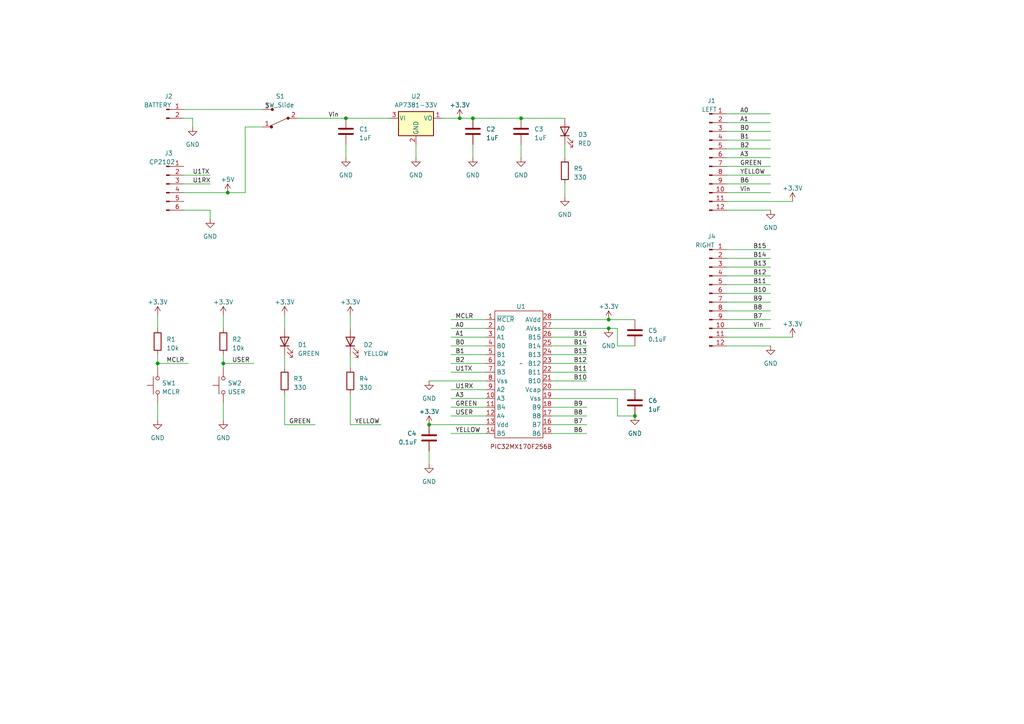
<source format=kicad_sch>
(kicad_sch (version 20230121) (generator eeschema)
  (paper "A4")
  (lib_symbols
    (symbol "Connector:Conn_01x02_Pin" (pin_names (offset 1.016) hide)
      (property "Reference" "J" (at 0 2.54 0))
      (property "Value" "Conn_01x02_Pin" (at 0 -5.08 0))
      (symbol "Conn_01x02_Pin_1_1"
        (polyline (pts (xy 1.27 -2.54) (xy 0.8636 -2.54)) (stroke (width 0.1524)))
        (polyline (pts (xy 1.27 0) (xy 0.8636 0)) (stroke (width 0.1524)))
        (rectangle (start 0.8636 -2.413) (end 0 -2.667) (stroke (width 0.1524)) (fill (type outline)))
        (rectangle (start 0.8636 0.127) (end 0 -0.127) (stroke (width 0.1524)) (fill (type outline)))
        (pin passive line (at 5.08 0 180) (length 3.81) (name "Pin_1") (number "1"))
        (pin passive line (at 5.08 -2.54 180) (length 3.81) (name "Pin_2") (number "2"))
      )
    )
    (symbol "Connector:Conn_01x06_Pin" (pin_names (offset 1.016) hide)
      (property "Reference" "J" (at 0 7.62 0))
      (property "Value" "Conn_01x06_Pin" (at 0 -10.16 0))
      (symbol "Conn_01x06_Pin_1_1"
        (polyline (pts (xy 1.27 -7.62) (xy 0.8636 -7.62)) (stroke (width 0.1524)))
        (polyline (pts (xy 1.27 -5.08) (xy 0.8636 -5.08)) (stroke (width 0.1524)))
        (polyline (pts (xy 1.27 -2.54) (xy 0.8636 -2.54)) (stroke (width 0.1524)))
        (polyline (pts (xy 1.27 0) (xy 0.8636 0)) (stroke (width 0.1524)))
        (polyline (pts (xy 1.27 2.54) (xy 0.8636 2.54)) (stroke (width 0.1524)))
        (polyline (pts (xy 1.27 5.08) (xy 0.8636 5.08)) (stroke (width 0.1524)))
        (rectangle (start 0.8636 -7.493) (end 0 -7.747) (stroke (width 0.1524)) (fill (type outline)))
        (rectangle (start 0.8636 -4.953) (end 0 -5.207) (stroke (width 0.1524)) (fill (type outline)))
        (rectangle (start 0.8636 -2.413) (end 0 -2.667) (stroke (width 0.1524)) (fill (type outline)))
        (rectangle (start 0.8636 0.127) (end 0 -0.127) (stroke (width 0.1524)) (fill (type outline)))
        (rectangle (start 0.8636 2.667) (end 0 2.413) (stroke (width 0.1524)) (fill (type outline)))
        (rectangle (start 0.8636 5.207) (end 0 4.953) (stroke (width 0.1524)) (fill (type outline)))
        (pin passive line (at 5.08 5.08 180) (length 3.81) (name "Pin_1") (number "1"))
        (pin passive line (at 5.08 2.54 180) (length 3.81) (name "Pin_2") (number "2"))
        (pin passive line (at 5.08 0 180) (length 3.81) (name "Pin_3") (number "3"))
        (pin passive line (at 5.08 -2.54 180) (length 3.81) (name "Pin_4") (number "4"))
        (pin passive line (at 5.08 -5.08 180) (length 3.81) (name "Pin_5") (number "5"))
        (pin passive line (at 5.08 -7.62 180) (length 3.81) (name "Pin_6") (number "6"))
      )
    )
    (symbol "Connector:Conn_01x12_Pin" (pin_names (offset 1.016) hide)
      (property "Reference" "J" (at 0 15.24 0))
      (property "Value" "Conn_01x12_Pin" (at 0 -17.78 0))
      (symbol "Conn_01x12_Pin_1_1"
        (polyline (pts (xy 1.27 -15.24) (xy 0.8636 -15.24)) (stroke (width 0.1524)))
        (polyline (pts (xy 1.27 -12.7) (xy 0.8636 -12.7)) (stroke (width 0.1524)))
        (polyline (pts (xy 1.27 -10.16) (xy 0.8636 -10.16)) (stroke (width 0.1524)))
        (polyline (pts (xy 1.27 -7.62) (xy 0.8636 -7.62)) (stroke (width 0.1524)))
        (polyline (pts (xy 1.27 -5.08) (xy 0.8636 -5.08)) (stroke (width 0.1524)))
        (polyline (pts (xy 1.27 -2.54) (xy 0.8636 -2.54)) (stroke (width 0.1524)))
        (polyline (pts (xy 1.27 0) (xy 0.8636 0)) (stroke (width 0.1524)))
        (polyline (pts (xy 1.27 2.54) (xy 0.8636 2.54)) (stroke (width 0.1524)))
        (polyline (pts (xy 1.27 5.08) (xy 0.8636 5.08)) (stroke (width 0.1524)))
        (polyline (pts (xy 1.27 7.62) (xy 0.8636 7.62)) (stroke (width 0.1524)))
        (polyline (pts (xy 1.27 10.16) (xy 0.8636 10.16)) (stroke (width 0.1524)))
        (polyline (pts (xy 1.27 12.7) (xy 0.8636 12.7)) (stroke (width 0.1524)))
        (rectangle (start 0.8636 -15.113) (end 0 -15.367) (stroke (width 0.1524)) (fill (type outline)))
        (rectangle (start 0.8636 -12.573) (end 0 -12.827) (stroke (width 0.1524)) (fill (type outline)))
        (rectangle (start 0.8636 -10.033) (end 0 -10.287) (stroke (width 0.1524)) (fill (type outline)))
        (rectangle (start 0.8636 -7.493) (end 0 -7.747) (stroke (width 0.1524)) (fill (type outline)))
        (rectangle (start 0.8636 -4.953) (end 0 -5.207) (stroke (width 0.1524)) (fill (type outline)))
        (rectangle (start 0.8636 -2.413) (end 0 -2.667) (stroke (width 0.1524)) (fill (type outline)))
        (rectangle (start 0.8636 0.127) (end 0 -0.127) (stroke (width 0.1524)) (fill (type outline)))
        (rectangle (start 0.8636 2.667) (end 0 2.413) (stroke (width 0.1524)) (fill (type outline)))
        (rectangle (start 0.8636 5.207) (end 0 4.953) (stroke (width 0.1524)) (fill (type outline)))
        (rectangle (start 0.8636 7.747) (end 0 7.493) (stroke (width 0.1524)) (fill (type outline)))
        (rectangle (start 0.8636 10.287) (end 0 10.033) (stroke (width 0.1524)) (fill (type outline)))
        (rectangle (start 0.8636 12.827) (end 0 12.573) (stroke (width 0.1524)) (fill (type outline)))
        (pin passive line (at 5.08 12.7 180) (length 3.81) (name "Pin_1") (number "1"))
        (pin passive line (at 5.08 -10.16 180) (length 3.81) (name "Pin_10") (number "10"))
        (pin passive line (at 5.08 -12.7 180) (length 3.81) (name "Pin_11") (number "11"))
        (pin passive line (at 5.08 -15.24 180) (length 3.81) (name "Pin_12") (number "12"))
        (pin passive line (at 5.08 10.16 180) (length 3.81) (name "Pin_2") (number "2"))
        (pin passive line (at 5.08 7.62 180) (length 3.81) (name "Pin_3") (number "3"))
        (pin passive line (at 5.08 5.08 180) (length 3.81) (name "Pin_4") (number "4"))
        (pin passive line (at 5.08 2.54 180) (length 3.81) (name "Pin_5") (number "5"))
        (pin passive line (at 5.08 0 180) (length 3.81) (name "Pin_6") (number "6"))
        (pin passive line (at 5.08 -2.54 180) (length 3.81) (name "Pin_7") (number "7"))
        (pin passive line (at 5.08 -5.08 180) (length 3.81) (name "Pin_8") (number "8"))
        (pin passive line (at 5.08 -7.62 180) (length 3.81) (name "Pin_9") (number "9"))
      )
    )
    (symbol "Device:C" (pin_numbers hide) (pin_names (offset 0.254))
      (property "Reference" "C" (at 0.635 2.54 0))
      (property "Value" "C" (at 0.635 -2.54 0))
      (symbol "C_0_1"
        (polyline (pts (xy -2.032 -0.762) (xy 2.032 -0.762)) (stroke (width 0.508)))
        (polyline (pts (xy -2.032 0.762) (xy 2.032 0.762)) (stroke (width 0.508)))
      )
      (symbol "C_1_1"
        (pin passive line (at 0 3.81 270) (length 2.794) (name "~") (number "1"))
        (pin passive line (at 0 -3.81 90) (length 2.794) (name "~") (number "2"))
      )
    )
    (symbol "Device:LED" (pin_numbers hide) (pin_names (offset 1.016) hide)
      (property "Reference" "D" (at 0 2.54 0))
      (property "Value" "LED" (at 0 -2.54 0))
      (symbol "LED_0_1"
        (polyline (pts (xy -1.27 -1.27) (xy -1.27 1.27)) (stroke (width 0.254)))
        (polyline (pts (xy -1.27 0) (xy 1.27 0)))
        (polyline (pts (xy 1.27 -1.27) (xy 1.27 1.27) (xy -1.27 0) (xy 1.27 -1.27)) (stroke (width 0.254)))
        (polyline (pts (xy -3.048 -0.762) (xy -4.572 -2.286) (xy -3.81 -2.286) (xy -4.572 -2.286) (xy -4.572 -1.524)))
        (polyline (pts (xy -1.778 -0.762) (xy -3.302 -2.286) (xy -2.54 -2.286) (xy -3.302 -2.286) (xy -3.302 -1.524)))
      )
      (symbol "LED_1_1"
        (pin passive line (at -3.81 0 0) (length 2.54) (name "K") (number "1"))
        (pin passive line (at 3.81 0 180) (length 2.54) (name "A") (number "2"))
      )
    )
    (symbol "Device:R" (pin_numbers hide) (pin_names (offset 0))
      (property "Reference" "R" (at 2.032 0 90))
      (property "Value" "R" (at 0 0 90))
      (symbol "R_0_1"
        (rectangle (start -1.016 -2.54) (end 1.016 2.54) (stroke (width 0.254)))
      )
      (symbol "R_1_1"
        (pin passive line (at 0 3.81 270) (length 1.27) (name "~") (number "1"))
        (pin passive line (at 0 -3.81 90) (length 1.27) (name "~") (number "2"))
      )
    )
    (symbol "HW4Library:AP7384-28Y" (pin_names (offset 0.254))
      (property "Reference" "U" (at -3.81 3.175 0))
      (property "Value" "AP7384-28Y" (at 0 3.175 0))
      (symbol "AP7384-28Y_0_1"
        (rectangle (start -5.08 1.905) (end 5.08 -5.08) (stroke (width 0.254)) (fill (type background)))
      )
      (symbol "AP7384-28Y_1_1"
        (pin power_out line (at 7.62 0 180) (length 2.54) (name "VO") (number "1"))
        (pin power_in line (at 0 -7.62 90) (length 2.54) (name "GND") (number "2"))
        (pin power_in line (at -7.62 0 0) (length 2.54) (name "VI") (number "3"))
      )
    )
    (symbol "HW4Library:PIC32"
      (property "Reference" "U" (at -1.27 22.86 0))
      (symbol "PIC32_0_1"
        (rectangle (start -7.62 17.78) (end 6.35 -19.05))
      )
      (symbol "PIC32_1_1"
        (text "PIC32MX170F256B" (at 0 -21.59 0) (effects (font (size 1.27 1.27))))
        (pin input line (at -10.16 15.24 0) (length 2.54) (name "~{MCLR}") (number "1"))
        (pin input line (at -10.16 -7.62 0) (length 2.54) (name "A3") (number "10"))
        (pin input line (at -10.16 -10.16 0) (length 2.54) (name "B4") (number "11"))
        (pin input line (at -10.16 -12.7 0) (length 2.54) (name "A4") (number "12"))
        (pin input line (at -10.16 -15.24 0) (length 2.54) (name "Vdd") (number "13"))
        (pin input line (at -10.16 -17.78 0) (length 2.54) (name "B5") (number "14"))
        (pin input line (at 8.89 -17.78 180) (length 2.54) (name "B6") (number "15"))
        (pin input line (at 8.89 -15.24 180) (length 2.54) (name "B7") (number "16"))
        (pin input line (at 8.89 -12.7 180) (length 2.54) (name "B8") (number "17"))
        (pin input line (at 8.89 -10.16 180) (length 2.54) (name "B9") (number "18"))
        (pin input line (at 8.89 -7.62 180) (length 2.54) (name "Vss") (number "19"))
        (pin input line (at -10.16 12.7 0) (length 2.54) (name "A0") (number "2"))
        (pin input line (at 8.89 -5.08 180) (length 2.54) (name "Vcap") (number "20"))
        (pin input line (at 8.89 -2.54 180) (length 2.54) (name "B10") (number "21"))
        (pin input line (at 8.89 0 180) (length 2.54) (name "B11") (number "22"))
        (pin input line (at 8.89 2.54 180) (length 2.54) (name "B12") (number "23"))
        (pin input line (at 8.89 5.08 180) (length 2.54) (name "B13") (number "24"))
        (pin input line (at 8.89 7.62 180) (length 2.54) (name "B14") (number "25"))
        (pin input line (at 8.89 10.16 180) (length 2.54) (name "B15") (number "26"))
        (pin input line (at 8.89 12.7 180) (length 2.54) (name "AVss") (number "27"))
        (pin input line (at 8.89 15.24 180) (length 2.54) (name "AVdd") (number "28"))
        (pin input line (at -10.16 10.16 0) (length 2.54) (name "A1") (number "3"))
        (pin input line (at -10.16 7.62 0) (length 2.54) (name "B0") (number "4"))
        (pin input line (at -10.16 5.08 0) (length 2.54) (name "B1") (number "5"))
        (pin input line (at -10.16 2.54 0) (length 2.54) (name "B2") (number "6"))
        (pin input line (at -10.16 0 0) (length 2.54) (name "B3") (number "7"))
        (pin input line (at -10.16 -2.54 0) (length 2.54) (name "Vss") (number "8"))
        (pin input line (at -10.16 -5.08 0) (length 2.54) (name "A2") (number "9"))
      )
    )
    (symbol "Slide Switch:EG1218" (pin_names (offset 0))
      (property "Reference" "S" (at -3.81 2.286 0))
      (property "Value" "EG1218" (at 0 -5.334 0))
      (symbol "EG1218_0_1"
        (circle (center -2.286 0) (radius 0.3556) (fill (type outline)))
        (polyline (pts (xy -2.032 0) (xy 3.048 2.286)))
        (circle (center 2.286 -2.54) (radius 0.3556) (fill (type outline)))
        (circle (center 2.54 2.54) (radius 0.3556) (fill (type outline)))
      )
      (symbol "EG1218_1_1"
        (pin passive line (at 5.08 2.54 180) (length 2.54) (name "~") (number "1"))
        (pin passive line (at -5.08 0 0) (length 2.54) (name "~") (number "2"))
        (pin passive line (at 5.08 -2.54 180) (length 2.54) (name "~") (number "3"))
      )
    )
    (symbol "Switch:SW_Push" (pin_numbers hide) (pin_names (offset 1.016) hide)
      (property "Reference" "SW" (at 1.27 2.54 0))
      (property "Value" "SW_Push" (at 0 -1.524 0))
      (symbol "SW_Push_0_1"
        (circle (center -2.032 0) (radius 0.508))
        (polyline (pts (xy 0 1.27) (xy 0 3.048)))
        (polyline (pts (xy 2.54 1.27) (xy -2.54 1.27)))
        (circle (center 2.032 0) (radius 0.508))
        (pin passive line (at -5.08 0 0) (length 2.54) (name "1") (number "1"))
        (pin passive line (at 5.08 0 180) (length 2.54) (name "2") (number "2"))
      )
    )
    (symbol "power:+3.3V" (power) (pin_names (offset 0))
      (property "Value" "+3.3V" (at 0 3.556 0))
      (symbol "+3.3V_0_1"
        (polyline (pts (xy -0.762 1.27) (xy 0 2.54)))
        (polyline (pts (xy 0 0) (xy 0 2.54)))
        (polyline (pts (xy 0 2.54) (xy 0.762 1.27)))
      )
      (symbol "+3.3V_1_1"
        (pin power_in line (at 0 0 90) (length 0) hide (name "+3.3V") (number "1"))
      )
    )
    (symbol "power:+5V" (power) (pin_names (offset 0))
      (property "Value" "+5V" (at 0 3.556 0))
      (symbol "+5V_0_1"
        (polyline (pts (xy -0.762 1.27) (xy 0 2.54)))
        (polyline (pts (xy 0 0) (xy 0 2.54)))
        (polyline (pts (xy 0 2.54) (xy 0.762 1.27)))
      )
      (symbol "+5V_1_1"
        (pin power_in line (at 0 0 90) (length 0) hide (name "+5V") (number "1"))
      )
    )
    (symbol "power:GND" (power) (pin_names (offset 0))
      (property "Value" "GND" (at 0 -3.81 0))
      (symbol "GND_0_1"
        (polyline (pts (xy 0 0) (xy 0 -1.27) (xy 1.27 -1.27) (xy 0 -2.54) (xy -1.27 -1.27) (xy 0 -1.27)))
      )
      (symbol "GND_1_1"
        (pin power_in line (at 0 0 270) (length 0) hide (name "GND") (number "1"))
      )
    )
  )
  (junction (at 151.13 34.29))
  (junction (at 64.77 105.41))
  (junction (at 45.72 105.41))
  (junction (at 133.35 34.29))
  (junction (at 66.04 55.88))
  (junction (at 176.53 92.71))
  (junction (at 184.15 120.65))
  (junction (at 100.33 34.29))
  (junction (at 137.16 34.29))
  (junction (at 176.53 95.25))
  (junction (at 124.46 123.19))
  (wire (pts (xy 101.6 123.19) (xy 110.49 123.19)))
  (wire (pts (xy 210.82 45.72) (xy 223.52 45.72)))
  (wire (pts (xy 210.82 55.88) (xy 223.52 55.88)))
  (wire (pts (xy 210.82 87.63) (xy 223.52 87.63)))
  (wire (pts (xy 160.02 100.33) (xy 170.18 100.33)))
  (wire (pts (xy 210.82 48.26) (xy 223.52 48.26)))
  (wire (pts (xy 130.81 100.33) (xy 140.97 100.33)))
  (wire (pts (xy 130.81 120.65) (xy 140.97 120.65)))
  (wire (pts (xy 45.72 91.44) (xy 45.72 95.25)))
  (wire (pts (xy 128.27 34.29) (xy 133.35 34.29)))
  (wire (pts (xy 160.02 107.95) (xy 170.18 107.95)))
  (wire (pts (xy 179.07 115.57) (xy 179.07 120.65)))
  (wire (pts (xy 53.34 50.8) (xy 60.96 50.8)))
  (wire (pts (xy 210.82 72.39) (xy 223.52 72.39)))
  (wire (pts (xy 130.81 92.71) (xy 140.97 92.71)))
  (wire (pts (xy 55.88 34.29) (xy 55.88 36.83)))
  (wire (pts (xy 130.81 97.79) (xy 140.97 97.79)))
  (wire (pts (xy 210.82 77.47) (xy 223.52 77.47)))
  (wire (pts (xy 130.81 95.25) (xy 140.97 95.25)))
  (wire (pts (xy 179.07 95.25) (xy 179.07 100.33)))
  (wire (pts (xy 60.96 60.96) (xy 60.96 63.5)))
  (wire (pts (xy 210.82 95.25) (xy 223.52 95.25)))
  (wire (pts (xy 124.46 130.81) (xy 124.46 134.62)))
  (wire (pts (xy 64.77 91.44) (xy 64.77 95.25)))
  (wire (pts (xy 160.02 113.03) (xy 184.15 113.03)))
  (wire (pts (xy 160.02 105.41) (xy 170.18 105.41)))
  (wire (pts (xy 100.33 34.29) (xy 113.03 34.29)))
  (wire (pts (xy 82.55 102.87) (xy 82.55 106.68)))
  (wire (pts (xy 163.83 41.91) (xy 163.83 45.72)))
  (wire (pts (xy 53.34 53.34) (xy 60.96 53.34)))
  (wire (pts (xy 53.34 34.29) (xy 55.88 34.29)))
  (wire (pts (xy 53.34 60.96) (xy 60.96 60.96)))
  (wire (pts (xy 179.07 120.65) (xy 184.15 120.65)))
  (wire (pts (xy 64.77 105.41) (xy 73.66 105.41)))
  (wire (pts (xy 130.81 105.41) (xy 140.97 105.41)))
  (wire (pts (xy 120.65 41.91) (xy 120.65 45.72)))
  (wire (pts (xy 45.72 116.84) (xy 45.72 121.92)))
  (wire (pts (xy 101.6 91.44) (xy 101.6 95.25)))
  (wire (pts (xy 210.82 50.8) (xy 223.52 50.8)))
  (wire (pts (xy 100.33 41.91) (xy 100.33 45.72)))
  (wire (pts (xy 160.02 92.71) (xy 176.53 92.71)))
  (wire (pts (xy 163.83 53.34) (xy 163.83 57.15)))
  (wire (pts (xy 210.82 80.01) (xy 223.52 80.01)))
  (wire (pts (xy 210.82 60.96) (xy 223.52 60.96)))
  (wire (pts (xy 82.55 91.44) (xy 82.55 95.25)))
  (wire (pts (xy 210.82 97.79) (xy 229.87 97.79)))
  (wire (pts (xy 71.12 55.88) (xy 71.12 36.83)))
  (wire (pts (xy 130.81 107.95) (xy 140.97 107.95)))
  (wire (pts (xy 130.81 115.57) (xy 140.97 115.57)))
  (wire (pts (xy 210.82 100.33) (xy 223.52 100.33)))
  (wire (pts (xy 210.82 82.55) (xy 223.52 82.55)))
  (wire (pts (xy 179.07 100.33) (xy 184.15 100.33)))
  (wire (pts (xy 45.72 105.41) (xy 45.72 106.68)))
  (wire (pts (xy 71.12 36.83) (xy 76.2 36.83)))
  (wire (pts (xy 137.16 41.91) (xy 137.16 45.72)))
  (wire (pts (xy 101.6 102.87) (xy 101.6 106.68)))
  (wire (pts (xy 101.6 114.3) (xy 101.6 123.19)))
  (wire (pts (xy 151.13 41.91) (xy 151.13 45.72)))
  (wire (pts (xy 210.82 58.42) (xy 229.87 58.42)))
  (wire (pts (xy 64.77 102.87) (xy 64.77 105.41)))
  (wire (pts (xy 210.82 92.71) (xy 223.52 92.71)))
  (wire (pts (xy 151.13 34.29) (xy 163.83 34.29)))
  (wire (pts (xy 124.46 123.19) (xy 140.97 123.19)))
  (wire (pts (xy 130.81 118.11) (xy 140.97 118.11)))
  (wire (pts (xy 210.82 74.93) (xy 223.52 74.93)))
  (wire (pts (xy 53.34 55.88) (xy 66.04 55.88)))
  (wire (pts (xy 45.72 105.41) (xy 54.61 105.41)))
  (wire (pts (xy 176.53 95.25) (xy 179.07 95.25)))
  (wire (pts (xy 160.02 125.73) (xy 170.18 125.73)))
  (wire (pts (xy 160.02 95.25) (xy 176.53 95.25)))
  (wire (pts (xy 160.02 120.65) (xy 170.18 120.65)))
  (wire (pts (xy 53.34 31.75) (xy 76.2 31.75)))
  (wire (pts (xy 64.77 105.41) (xy 64.77 106.68)))
  (wire (pts (xy 210.82 43.18) (xy 223.52 43.18)))
  (wire (pts (xy 137.16 34.29) (xy 151.13 34.29)))
  (wire (pts (xy 210.82 40.64) (xy 223.52 40.64)))
  (wire (pts (xy 45.72 102.87) (xy 45.72 105.41)))
  (wire (pts (xy 82.55 114.3) (xy 82.55 123.19)))
  (wire (pts (xy 210.82 53.34) (xy 223.52 53.34)))
  (wire (pts (xy 160.02 115.57) (xy 179.07 115.57)))
  (wire (pts (xy 210.82 90.17) (xy 223.52 90.17)))
  (wire (pts (xy 210.82 85.09) (xy 223.52 85.09)))
  (wire (pts (xy 160.02 102.87) (xy 170.18 102.87)))
  (wire (pts (xy 66.04 55.88) (xy 71.12 55.88)))
  (wire (pts (xy 64.77 116.84) (xy 64.77 121.92)))
  (wire (pts (xy 124.46 110.49) (xy 140.97 110.49)))
  (wire (pts (xy 160.02 110.49) (xy 170.18 110.49)))
  (wire (pts (xy 86.36 34.29) (xy 100.33 34.29)))
  (wire (pts (xy 130.81 125.73) (xy 140.97 125.73)))
  (wire (pts (xy 210.82 33.02) (xy 223.52 33.02)))
  (wire (pts (xy 160.02 123.19) (xy 170.18 123.19)))
  (wire (pts (xy 210.82 38.1) (xy 223.52 38.1)))
  (wire (pts (xy 133.35 34.29) (xy 137.16 34.29)))
  (wire (pts (xy 160.02 97.79) (xy 170.18 97.79)))
  (wire (pts (xy 210.82 35.56) (xy 223.52 35.56)))
  (wire (pts (xy 176.53 92.71) (xy 184.15 92.71)))
  (wire (pts (xy 130.81 102.87) (xy 140.97 102.87)))
  (wire (pts (xy 160.02 118.11) (xy 170.18 118.11)))
  (wire (pts (xy 130.81 113.03) (xy 140.97 113.03)))
  (wire (pts (xy 82.55 123.19) (xy 91.44 123.19)))
  (label "B1" (at 132.08 102.87 0))
  (label "A0" (at 132.08 95.25 0))
  (label "B10" (at 166.37 110.49 0))
  (label "B11" (at 218.44 82.55 0))
  (label "B15" (at 218.44 72.39 0))
  (label "MCLR" (at 132.08 92.71 0))
  (label "U1TX" (at 132.08 107.95 0))
  (label "B2" (at 214.63 43.18 0))
  (label "B11" (at 166.37 107.95 0))
  (label "GREEN" (at 83.82 123.19 0))
  (label "GREEN" (at 214.63 48.26 0))
  (label "YELLOW" (at 102.87 123.19 0))
  (label "B15" (at 166.37 97.79 0))
  (label "B6" (at 166.37 125.73 0))
  (label "B14" (at 166.37 100.33 0))
  (label "Vin" (at 95.25 34.29 0))
  (label "U1RX" (at 132.08 113.03 0))
  (label "A3" (at 132.08 115.57 0))
  (label "B9" (at 166.37 118.11 0))
  (label "USER" (at 67.31 105.41 0))
  (label "USER" (at 132.08 120.65 0))
  (label "B7" (at 166.37 123.19 0))
  (label "B12" (at 218.44 80.01 0))
  (label "B9" (at 218.44 87.63 0))
  (label "U1RX" (at 55.88 53.34 0))
  (label "B1" (at 214.63 40.64 0))
  (label "B13" (at 218.44 77.47 0))
  (label "U1TX" (at 55.88 50.8 0))
  (label "B6" (at 214.63 53.34 0))
  (label "Vin" (at 218.44 95.25 0))
  (label "B8" (at 166.37 120.65 0))
  (label "B10" (at 218.44 85.09 0))
  (label "B7" (at 218.44 92.71 0))
  (label "A3" (at 214.63 45.72 0))
  (label "B0" (at 132.08 100.33 0))
  (label "MCLR" (at 48.26 105.41 0))
  (label "B2" (at 132.08 105.41 0))
  (label "A1" (at 214.63 35.56 0))
  (label "A0" (at 214.63 33.02 0))
  (label "B0" (at 214.63 38.1 0))
  (label "YELLOW" (at 214.63 50.8 0))
  (label "B8" (at 218.44 90.17 0))
  (label "GREEN" (at 132.08 118.11 0))
  (label "YELLOW" (at 132.08 125.73 0))
  (label "B12" (at 166.37 105.41 0))
  (label "B13" (at 166.37 102.87 0))
  (label "B14" (at 218.44 74.93 0))
  (label "Vin" (at 214.63 55.88 0))
  (label "A1" (at 132.08 97.79 0))
  (symbol (lib_id "power:GND") (at 223.52 100.33 0) (unit 1)
    (property "Reference" "#PWR022" (effects hide))
    (property "Value" "GND" (at 223.52 105.41 0))
  )
  (symbol (lib_id "Device:R") (at 64.77 99.06 0) (unit 1)
    (property "Reference" "R2" (at 67.31 98.425 0) (effects (justify left)))
    (property "Value" "10k" (at 67.31 100.965 0) (effects (justify left)))
  )
  (symbol (lib_id "HW4Library:AP7384-28Y") (at 120.65 34.29 0) (unit 1)
    (property "Reference" "U2" (at 120.65 27.94 0))
    (property "Value" "AP7381-33V" (at 120.65 30.48 0))
  )
  (symbol (lib_id "Device:C") (at 151.13 38.1 0) (unit 1)
    (property "Reference" "C3" (at 154.94 37.465 0) (effects (justify left)))
    (property "Value" "1uF" (at 154.94 40.005 0) (effects (justify left)))
  )
  (symbol (lib_id "Device:R") (at 163.83 49.53 0) (unit 1)
    (property "Reference" "R5" (at 166.37 48.895 0) (effects (justify left)))
    (property "Value" "330" (at 166.37 51.435 0) (effects (justify left)))
  )
  (symbol (lib_id "power:+3.3V") (at 133.35 34.29 0) (unit 1)
    (property "Reference" "#PWR016" (effects hide))
    (property "Value" "+3.3V" (at 133.35 30.48 0))
  )
  (symbol (lib_id "power:GND") (at 223.52 60.96 0) (unit 1)
    (property "Reference" "#PWR023" (effects hide))
    (property "Value" "GND" (at 223.52 66.04 0))
  )
  (symbol (lib_id "power:GND") (at 100.33 45.72 0) (unit 1)
    (property "Reference" "#PWR011" (effects hide))
    (property "Value" "GND" (at 100.33 50.8 0))
  )
  (symbol (lib_id "Connector:Conn_01x06_Pin") (at 48.26 53.34 0) (unit 1)
    (property "Reference" "J3" (at 48.895 44.45 0))
    (property "Value" "CP2102" (at 46.99 46.99 0))
  )
  (symbol (lib_id "Device:LED") (at 101.6 99.06 90) (unit 1)
    (property "Reference" "D2" (at 105.41 100.0125 90) (effects (justify right)))
    (property "Value" "YELLOW" (at 105.41 102.5525 90) (effects (justify right)))
  )
  (symbol (lib_id "power:+5V") (at 66.04 55.88 0) (unit 1)
    (property "Reference" "#PWR010" (effects hide))
    (property "Value" "+5V" (at 66.04 52.07 0))
  )
  (symbol (lib_id "power:+3.3V") (at 45.72 91.44 0) (unit 1)
    (property "Reference" "#PWR01" (effects hide))
    (property "Value" "+3.3V" (at 45.72 87.63 0))
  )
  (symbol (lib_id "power:+3.3V") (at 176.53 92.71 0) (unit 1)
    (property "Reference" "#PWR019" (effects hide))
    (property "Value" "+3.3V" (at 176.53 88.9 0))
  )
  (symbol (lib_id "power:GND") (at 163.83 57.15 0) (unit 1)
    (property "Reference" "#PWR015" (effects hide))
    (property "Value" "GND" (at 163.83 62.23 0))
  )
  (symbol (lib_id "Device:C") (at 184.15 96.52 0) (unit 1)
    (property "Reference" "C5" (at 187.96 95.885 0) (effects (justify left)))
    (property "Value" "0.1uF" (at 187.96 98.425 0) (effects (justify left)))
  )
  (symbol (lib_id "Slide Switch:EG1218") (at 81.28 34.29 180) (unit 1)
    (property "Reference" "S1" (at 81.28 27.94 0))
    (property "Value" "SW_Slide" (at 81.0768 30.48 0))
    (property "Footprint" "digikey-footprints:Switch_Slide_11.6x4mm_EG1218" (effects hide))
    (property "Datasheet" "http://spec_sheets.e-switch.com/specs/P040040.pdf" (effects hide))
    (property "Digi-Key_PN" "EG1903-ND" (effects hide))
    (property "MPN" "EG1218" (effects hide))
    (property "Category" "Switches" (effects hide))
    (property "Family" "Slide Switches" (effects hide))
    (property "DK_Datasheet_Link" "http://spec_sheets.e-switch.com/specs/P040040.pdf" (effects hide))
    (property "DK_Detail_Page" "/product-detail/en/e-switch/EG1218/EG1903-ND/101726" (effects hide))
    (property "Description" "SWITCH SLIDE SPDT 200MA 30V" (effects hide))
    (property "Manufacturer" "E-Switch" (effects hide))
    (property "Status" "Active" (effects hide))
  )
  (symbol (lib_id "power:+3.3V") (at 124.46 123.19 0) (unit 1)
    (property "Reference" "#PWR017" (effects hide))
    (property "Value" "+3.3V" (at 124.46 119.38 0))
  )
  (symbol (lib_id "power:+3.3V") (at 64.77 91.44 0) (unit 1)
    (property "Reference" "#PWR04" (effects hide))
    (property "Value" "+3.3V" (at 64.77 87.63 0))
  )
  (symbol (lib_id "Device:C") (at 184.15 116.84 0) (unit 1)
    (property "Reference" "C6" (at 187.96 116.205 0) (effects (justify left)))
    (property "Value" "1uF" (at 187.96 118.745 0) (effects (justify left)))
  )
  (symbol (lib_id "Switch:SW_Push") (at 64.77 111.76 90) (unit 1)
    (property "Reference" "SW2" (at 66.04 111.125 90) (effects (justify right)))
    (property "Value" "USER" (at 66.04 113.665 90) (effects (justify right)))
  )
  (symbol (lib_id "power:+3.3V") (at 229.87 97.79 0) (unit 1)
    (property "Reference" "#PWR025" (effects hide))
    (property "Value" "+3.3V" (at 229.87 93.98 0))
  )
  (symbol (lib_id "Switch:SW_Push") (at 45.72 111.76 90) (unit 1)
    (property "Reference" "SW1" (at 46.99 111.125 90) (effects (justify right)))
    (property "Value" "MCLR" (at 46.99 113.665 90) (effects (justify right)))
  )
  (symbol (lib_id "Device:R") (at 45.72 99.06 0) (unit 1)
    (property "Reference" "R1" (at 48.26 98.425 0) (effects (justify left)))
    (property "Value" "10k" (at 48.26 100.965 0) (effects (justify left)))
  )
  (symbol (lib_id "HW4Library:PIC32") (at 151.13 107.95 0) (unit 1)
    (property "Reference" "U1" (at 151.13 88.9 0))
    (property "Value" "~" (at 151.13 105.41 0))
  )
  (symbol (lib_id "power:GND") (at 184.15 120.65 0) (unit 1)
    (property "Reference" "#PWR021" (effects hide))
    (property "Value" "GND" (at 184.15 125.73 0))
  )
  (symbol (lib_id "Connector:Conn_01x02_Pin") (at 48.26 31.75 0) (unit 1)
    (property "Reference" "J2" (at 48.895 27.94 0))
    (property "Value" "BATTERY" (at 45.72 30.48 0))
  )
  (symbol (lib_id "power:+3.3V") (at 82.55 91.44 0) (unit 1)
    (property "Reference" "#PWR06" (effects hide))
    (property "Value" "+3.3V" (at 82.55 87.63 0))
  )
  (symbol (lib_id "Device:C") (at 124.46 127 0) (unit 1)
    (property "Reference" "C4" (at 118.11 125.73 0) (effects (justify left)))
    (property "Value" "0.1uF" (at 115.57 128.27 0) (effects (justify left)))
  )
  (symbol (lib_id "Device:LED") (at 82.55 99.06 90) (unit 1)
    (property "Reference" "D1" (at 86.36 100.0125 90) (effects (justify right)))
    (property "Value" "GREEN" (at 86.36 102.5525 90) (effects (justify right)))
  )
  (symbol (lib_id "power:GND") (at 64.77 121.92 0) (unit 1)
    (property "Reference" "#PWR05" (effects hide))
    (property "Value" "GND" (at 64.77 127 0))
  )
  (symbol (lib_id "Connector:Conn_01x12_Pin") (at 205.74 45.72 0) (unit 1)
    (property "Reference" "J1" (at 206.375 29.21 0))
    (property "Value" "LEFT" (at 205.74 31.75 0))
  )
  (symbol (lib_id "Device:C") (at 100.33 38.1 0) (unit 1)
    (property "Reference" "C1" (at 104.14 37.465 0) (effects (justify left)))
    (property "Value" "1uF" (at 104.14 40.005 0) (effects (justify left)))
  )
  (symbol (lib_id "power:+3.3V") (at 229.87 58.42 0) (unit 1)
    (property "Reference" "#PWR024" (effects hide))
    (property "Value" "+3.3V" (at 229.87 54.61 0))
  )
  (symbol (lib_id "power:GND") (at 45.72 121.92 0) (unit 1)
    (property "Reference" "#PWR03" (effects hide))
    (property "Value" "GND" (at 45.72 127 0))
  )
  (symbol (lib_id "Device:C") (at 137.16 38.1 0) (unit 1)
    (property "Reference" "C2" (at 140.97 37.465 0) (effects (justify left)))
    (property "Value" "1uF" (at 140.97 40.005 0) (effects (justify left)))
  )
  (symbol (lib_id "power:GND") (at 137.16 45.72 0) (unit 1)
    (property "Reference" "#PWR013" (effects hide))
    (property "Value" "GND" (at 137.16 50.8 0))
  )
  (symbol (lib_id "Device:LED") (at 163.83 38.1 90) (unit 1)
    (property "Reference" "D3" (at 167.64 39.0525 90) (effects (justify right)))
    (property "Value" "RED" (at 167.64 41.5925 90) (effects (justify right)))
  )
  (symbol (lib_id "power:GND") (at 60.96 63.5 0) (unit 1)
    (property "Reference" "#PWR09" (effects hide))
    (property "Value" "GND" (at 60.96 68.58 0))
  )
  (symbol (lib_id "power:+3.3V") (at 101.6 91.44 0) (unit 1)
    (property "Reference" "#PWR07" (effects hide))
    (property "Value" "+3.3V" (at 101.6 87.63 0))
  )
  (symbol (lib_id "power:GND") (at 124.46 110.49 0) (unit 1)
    (property "Reference" "#PWR02" (effects hide))
    (property "Value" "GND" (at 124.46 115.57 0))
  )
  (symbol (lib_id "Device:R") (at 101.6 110.49 0) (unit 1)
    (property "Reference" "R4" (at 104.14 109.855 0) (effects (justify left)))
    (property "Value" "330" (at 104.14 112.395 0) (effects (justify left)))
  )
  (symbol (lib_id "Connector:Conn_01x12_Pin") (at 205.74 85.09 0) (unit 1)
    (property "Reference" "J4" (at 206.375 68.58 0))
    (property "Value" "RIGHT" (at 204.47 71.12 0))
  )
  (symbol (lib_id "power:GND") (at 120.65 45.72 0) (unit 1)
    (property "Reference" "#PWR012" (effects hide))
    (property "Value" "GND" (at 120.65 50.8 0))
  )
  (symbol (lib_id "power:GND") (at 124.46 134.62 0) (unit 1)
    (property "Reference" "#PWR018" (effects hide))
    (property "Value" "GND" (at 124.46 139.7 0))
  )
  (symbol (lib_id "power:GND") (at 176.53 95.25 0) (unit 1)
    (property "Reference" "#PWR020" (effects hide))
    (property "Value" "GND" (at 176.53 100.33 0))
  )
  (symbol (lib_id "power:GND") (at 55.88 36.83 0) (unit 1)
    (property "Reference" "#PWR08" (effects hide))
    (property "Value" "GND" (at 55.88 41.91 0))
  )
  (symbol (lib_id "power:GND") (at 151.13 45.72 0) (unit 1)
    (property "Reference" "#PWR014" (effects hide))
    (property "Value" "GND" (at 151.13 50.8 0))
  )
  (symbol (lib_id "Device:R") (at 82.55 110.49 0) (unit 1)
    (property "Reference" "R3" (at 85.09 109.855 0) (effects (justify left)))
    (property "Value" "330" (at 85.09 112.395 0) (effects (justify left)))
  )
)
</source>
